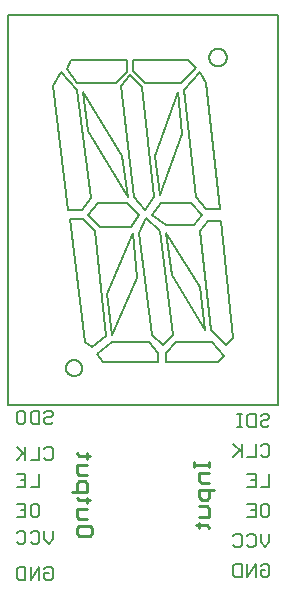
<source format=gbr>
G04 EAGLE Gerber RS-274X export*
G75*
%MOMM*%
%FSLAX34Y34*%
%LPD*%
%INSilkscreen Bottom*%
%IPPOS*%
%AMOC8*
5,1,8,0,0,1.08239X$1,22.5*%
G01*
%ADD10C,0.203200*%
%ADD11C,0.228600*%


D10*
X221234Y94243D02*
X221234Y83566D01*
X214116Y83566D01*
X209540Y94243D02*
X202422Y94243D01*
X209540Y94243D02*
X209540Y83566D01*
X202422Y83566D01*
X205981Y88905D02*
X209540Y88905D01*
X214116Y117864D02*
X215895Y119643D01*
X219455Y119643D01*
X221234Y117864D01*
X221234Y110746D01*
X219455Y108966D01*
X215895Y108966D01*
X214116Y110746D01*
X209540Y108966D02*
X209540Y119643D01*
X209540Y108966D02*
X202422Y108966D01*
X197846Y108966D02*
X197846Y119643D01*
X197846Y112525D02*
X190728Y119643D01*
X196067Y114305D02*
X190728Y108966D01*
X215895Y68843D02*
X219455Y68843D01*
X221234Y67064D01*
X221234Y59946D01*
X219455Y58166D01*
X215895Y58166D01*
X214116Y59946D01*
X214116Y67064D01*
X215895Y68843D01*
X209540Y68843D02*
X202422Y68843D01*
X209540Y68843D02*
X209540Y58166D01*
X202422Y58166D01*
X205981Y63505D02*
X209540Y63505D01*
X214116Y143264D02*
X215895Y145043D01*
X219455Y145043D01*
X221234Y143264D01*
X221234Y141484D01*
X219455Y139705D01*
X215895Y139705D01*
X214116Y137925D01*
X214116Y136146D01*
X215895Y134366D01*
X219455Y134366D01*
X221234Y136146D01*
X209540Y134366D02*
X209540Y145043D01*
X209540Y134366D02*
X204201Y134366D01*
X202422Y136146D01*
X202422Y143264D01*
X204201Y145043D01*
X209540Y145043D01*
X197846Y134366D02*
X194287Y134366D01*
X196067Y134366D02*
X196067Y145043D01*
X197846Y145043D02*
X194287Y145043D01*
X221234Y43443D02*
X221234Y36325D01*
X217675Y32766D01*
X214116Y36325D01*
X214116Y43443D01*
X204201Y43443D02*
X202422Y41664D01*
X204201Y43443D02*
X207761Y43443D01*
X209540Y41664D01*
X209540Y34546D01*
X207761Y32766D01*
X204201Y32766D01*
X202422Y34546D01*
X192508Y43443D02*
X190728Y41664D01*
X192508Y43443D02*
X196067Y43443D01*
X197846Y41664D01*
X197846Y34546D01*
X196067Y32766D01*
X192508Y32766D01*
X190728Y34546D01*
X214116Y16264D02*
X215895Y18043D01*
X219455Y18043D01*
X221234Y16264D01*
X221234Y9146D01*
X219455Y7366D01*
X215895Y7366D01*
X214116Y9146D01*
X214116Y12705D01*
X217675Y12705D01*
X209540Y18043D02*
X209540Y7366D01*
X202422Y7366D02*
X209540Y18043D01*
X202422Y18043D02*
X202422Y7366D01*
X197846Y7366D02*
X197846Y18043D01*
X197846Y7366D02*
X192508Y7366D01*
X190728Y9146D01*
X190728Y16264D01*
X192508Y18043D01*
X197846Y18043D01*
X26182Y83566D02*
X26182Y94243D01*
X26182Y83566D02*
X19064Y83566D01*
X14488Y94243D02*
X7370Y94243D01*
X14488Y94243D02*
X14488Y83566D01*
X7370Y83566D01*
X10929Y88905D02*
X14488Y88905D01*
X30758Y115324D02*
X32537Y117103D01*
X36096Y117103D01*
X37876Y115324D01*
X37876Y108206D01*
X36096Y106426D01*
X32537Y106426D01*
X30758Y108206D01*
X26182Y106426D02*
X26182Y117103D01*
X26182Y106426D02*
X19064Y106426D01*
X14488Y106426D02*
X14488Y117103D01*
X14488Y109985D02*
X7370Y117103D01*
X12709Y111765D02*
X7370Y106426D01*
X20843Y68843D02*
X24402Y68843D01*
X26182Y67064D01*
X26182Y59946D01*
X24402Y58166D01*
X20843Y58166D01*
X19064Y59946D01*
X19064Y67064D01*
X20843Y68843D01*
X14488Y68843D02*
X7370Y68843D01*
X14488Y68843D02*
X14488Y58166D01*
X7370Y58166D01*
X10929Y63505D02*
X14488Y63505D01*
X37876Y45983D02*
X37876Y38865D01*
X34317Y35306D01*
X30758Y38865D01*
X30758Y45983D01*
X20843Y45983D02*
X19064Y44204D01*
X20843Y45983D02*
X24403Y45983D01*
X26182Y44204D01*
X26182Y37086D01*
X24403Y35306D01*
X20843Y35306D01*
X19064Y37086D01*
X9149Y45983D02*
X7370Y44204D01*
X9149Y45983D02*
X12709Y45983D01*
X14488Y44204D01*
X14488Y37086D01*
X12709Y35306D01*
X9149Y35306D01*
X7370Y37086D01*
X30758Y13724D02*
X32537Y15503D01*
X36096Y15503D01*
X37876Y13724D01*
X37876Y6606D01*
X36096Y4826D01*
X32537Y4826D01*
X30758Y6606D01*
X30758Y10165D01*
X34317Y10165D01*
X26182Y15503D02*
X26182Y4826D01*
X19064Y4826D02*
X26182Y15503D01*
X19064Y15503D02*
X19064Y4826D01*
X14488Y4826D02*
X14488Y15503D01*
X14488Y4826D02*
X9149Y4826D01*
X7370Y6606D01*
X7370Y13724D01*
X9149Y15503D01*
X14488Y15503D01*
X30758Y145804D02*
X32537Y147583D01*
X36096Y147583D01*
X37876Y145804D01*
X37876Y144024D01*
X36096Y142245D01*
X32537Y142245D01*
X30758Y140465D01*
X30758Y138686D01*
X32537Y136906D01*
X36096Y136906D01*
X37876Y138686D01*
X26182Y136906D02*
X26182Y147583D01*
X26182Y136906D02*
X20843Y136906D01*
X19064Y138686D01*
X19064Y145804D01*
X20843Y147583D01*
X26182Y147583D01*
X12709Y147583D02*
X9149Y147583D01*
X12709Y147583D02*
X14488Y145804D01*
X14488Y138686D01*
X12709Y136906D01*
X9149Y136906D01*
X7370Y138686D01*
X7370Y145804D01*
X9149Y147583D01*
D11*
X71258Y48354D02*
X71258Y44032D01*
X69097Y41871D01*
X60454Y41871D01*
X58293Y44032D01*
X58293Y48354D01*
X60454Y50515D01*
X69097Y50515D01*
X71258Y48354D01*
X66936Y55904D02*
X60454Y55904D01*
X58293Y58065D01*
X58293Y64548D01*
X66936Y64548D01*
X69097Y72098D02*
X60454Y72098D01*
X58293Y74259D01*
X66936Y74259D02*
X66936Y69937D01*
X66936Y79292D02*
X53971Y79292D01*
X66936Y79292D02*
X66936Y85775D01*
X64776Y87936D01*
X60454Y87936D01*
X58293Y85775D01*
X58293Y79292D01*
X60454Y93325D02*
X66936Y93325D01*
X60454Y93325D02*
X58293Y95486D01*
X58293Y101968D01*
X66936Y101968D01*
X69097Y109519D02*
X60454Y109519D01*
X58293Y111679D01*
X66936Y111679D02*
X66936Y107358D01*
X170307Y104267D02*
X170307Y99945D01*
X170307Y102106D02*
X157342Y102106D01*
X157342Y104267D02*
X157342Y99945D01*
X161664Y94912D02*
X170307Y94912D01*
X161664Y94912D02*
X161664Y88429D01*
X163824Y86268D01*
X170307Y86268D01*
X174629Y80879D02*
X161664Y80879D01*
X161664Y74397D01*
X163824Y72236D01*
X168146Y72236D01*
X170307Y74397D01*
X170307Y80879D01*
X168146Y66846D02*
X161664Y66846D01*
X168146Y66846D02*
X170307Y64685D01*
X170307Y58203D01*
X161664Y58203D01*
X159503Y50653D02*
X168146Y50653D01*
X170307Y48492D01*
X161664Y48492D02*
X161664Y52813D01*
D10*
X228600Y482600D02*
X0Y482600D01*
X0Y152400D01*
X228600Y152400D01*
X228600Y482600D01*
X162560Y434340D02*
X148590Y419100D01*
X158750Y328930D01*
X167640Y318770D01*
X179070Y318770D01*
X167640Y425450D01*
X162560Y434340D01*
X158750Y438150D02*
X146050Y425450D01*
X115570Y425450D01*
X105410Y435610D01*
X105410Y444500D01*
X152400Y444500D01*
X158750Y438150D01*
X100330Y434340D02*
X100330Y444500D01*
X100330Y434340D02*
X91440Y425450D01*
X58420Y425450D01*
X49530Y436880D01*
X53340Y444500D01*
X100330Y444500D01*
X69850Y327660D02*
X62230Y317500D01*
X50800Y317500D01*
X38100Y422910D01*
X44450Y434340D01*
X52070Y309880D02*
X64770Y205740D01*
X71120Y201930D01*
X82550Y210820D01*
X73660Y299720D01*
X63500Y309880D01*
X52070Y309880D01*
X87630Y205740D02*
X74930Y195580D01*
X87630Y205740D02*
X119380Y205740D01*
X127000Y196850D01*
X127000Y189230D01*
X80010Y189230D01*
X74930Y195580D01*
X142240Y205740D02*
X172720Y205740D01*
X182880Y194310D01*
X177800Y189230D01*
X133350Y189230D01*
X133350Y196850D01*
X171450Y215900D02*
X184150Y203200D01*
X171450Y215900D02*
X162560Y299720D01*
X168910Y308610D01*
X180340Y308610D01*
X190500Y209550D01*
X184150Y203200D01*
X58420Y419100D02*
X44450Y434340D01*
X58420Y419100D02*
X69850Y327660D01*
X95250Y422910D02*
X102870Y431800D01*
X95250Y422910D02*
X106680Y328930D01*
X115570Y317500D01*
X123190Y328930D01*
X113030Y421640D01*
X102870Y431800D01*
X63500Y417830D02*
X67310Y384810D01*
X101600Y328930D01*
X96520Y363220D01*
X63500Y417830D01*
X143510Y417830D02*
X124460Y363220D01*
X147320Y382270D02*
X143510Y417830D01*
X147320Y382270D02*
X128270Y330200D01*
X124460Y363220D01*
X116840Y311150D02*
X110490Y298450D01*
X121920Y212090D01*
X130810Y203200D01*
X139700Y212090D01*
X128270Y299720D01*
X116840Y311150D01*
X121920Y313690D02*
X129540Y323850D01*
X121920Y313690D02*
X133350Y304800D01*
X157480Y304800D01*
X163830Y313690D01*
X154940Y323850D01*
X129540Y323850D01*
X100330Y323850D02*
X76200Y323850D01*
X67310Y313690D01*
X77470Y303530D01*
X104140Y303530D01*
X110490Y313690D01*
X100330Y323850D01*
X105410Y298450D02*
X83820Y246380D01*
X87630Y212090D01*
X109220Y260350D01*
X105410Y298450D01*
X133350Y298450D02*
X138430Y262890D01*
X166370Y215900D01*
X162560Y252730D01*
X133350Y298450D01*
X142240Y205740D02*
X133350Y196850D01*
X170395Y447040D02*
X170397Y447222D01*
X170404Y447403D01*
X170415Y447585D01*
X170431Y447766D01*
X170451Y447946D01*
X170475Y448127D01*
X170504Y448306D01*
X170537Y448485D01*
X170575Y448662D01*
X170617Y448839D01*
X170663Y449015D01*
X170714Y449190D01*
X170769Y449363D01*
X170828Y449535D01*
X170891Y449705D01*
X170959Y449874D01*
X171030Y450041D01*
X171106Y450206D01*
X171186Y450369D01*
X171269Y450531D01*
X171357Y450690D01*
X171449Y450847D01*
X171544Y451002D01*
X171643Y451154D01*
X171746Y451304D01*
X171852Y451451D01*
X171962Y451596D01*
X172076Y451738D01*
X172193Y451877D01*
X172313Y452013D01*
X172437Y452146D01*
X172564Y452276D01*
X172694Y452403D01*
X172827Y452527D01*
X172963Y452647D01*
X173102Y452764D01*
X173244Y452878D01*
X173389Y452988D01*
X173536Y453094D01*
X173686Y453197D01*
X173838Y453296D01*
X173993Y453391D01*
X174150Y453483D01*
X174309Y453571D01*
X174471Y453654D01*
X174634Y453734D01*
X174799Y453810D01*
X174966Y453881D01*
X175135Y453949D01*
X175305Y454012D01*
X175477Y454071D01*
X175650Y454126D01*
X175825Y454177D01*
X176001Y454223D01*
X176178Y454265D01*
X176355Y454303D01*
X176534Y454336D01*
X176713Y454365D01*
X176894Y454389D01*
X177074Y454409D01*
X177255Y454425D01*
X177437Y454436D01*
X177618Y454443D01*
X177800Y454445D01*
X177982Y454443D01*
X178163Y454436D01*
X178345Y454425D01*
X178526Y454409D01*
X178706Y454389D01*
X178887Y454365D01*
X179066Y454336D01*
X179245Y454303D01*
X179422Y454265D01*
X179599Y454223D01*
X179775Y454177D01*
X179950Y454126D01*
X180123Y454071D01*
X180295Y454012D01*
X180465Y453949D01*
X180634Y453881D01*
X180801Y453810D01*
X180966Y453734D01*
X181129Y453654D01*
X181291Y453571D01*
X181450Y453483D01*
X181607Y453391D01*
X181762Y453296D01*
X181914Y453197D01*
X182064Y453094D01*
X182211Y452988D01*
X182356Y452878D01*
X182498Y452764D01*
X182637Y452647D01*
X182773Y452527D01*
X182906Y452403D01*
X183036Y452276D01*
X183163Y452146D01*
X183287Y452013D01*
X183407Y451877D01*
X183524Y451738D01*
X183638Y451596D01*
X183748Y451451D01*
X183854Y451304D01*
X183957Y451154D01*
X184056Y451002D01*
X184151Y450847D01*
X184243Y450690D01*
X184331Y450531D01*
X184414Y450369D01*
X184494Y450206D01*
X184570Y450041D01*
X184641Y449874D01*
X184709Y449705D01*
X184772Y449535D01*
X184831Y449363D01*
X184886Y449190D01*
X184937Y449015D01*
X184983Y448839D01*
X185025Y448662D01*
X185063Y448485D01*
X185096Y448306D01*
X185125Y448127D01*
X185149Y447946D01*
X185169Y447766D01*
X185185Y447585D01*
X185196Y447403D01*
X185203Y447222D01*
X185205Y447040D01*
X185203Y446858D01*
X185196Y446677D01*
X185185Y446495D01*
X185169Y446314D01*
X185149Y446134D01*
X185125Y445953D01*
X185096Y445774D01*
X185063Y445595D01*
X185025Y445418D01*
X184983Y445241D01*
X184937Y445065D01*
X184886Y444890D01*
X184831Y444717D01*
X184772Y444545D01*
X184709Y444375D01*
X184641Y444206D01*
X184570Y444039D01*
X184494Y443874D01*
X184414Y443711D01*
X184331Y443549D01*
X184243Y443390D01*
X184151Y443233D01*
X184056Y443078D01*
X183957Y442926D01*
X183854Y442776D01*
X183748Y442629D01*
X183638Y442484D01*
X183524Y442342D01*
X183407Y442203D01*
X183287Y442067D01*
X183163Y441934D01*
X183036Y441804D01*
X182906Y441677D01*
X182773Y441553D01*
X182637Y441433D01*
X182498Y441316D01*
X182356Y441202D01*
X182211Y441092D01*
X182064Y440986D01*
X181914Y440883D01*
X181762Y440784D01*
X181607Y440689D01*
X181450Y440597D01*
X181291Y440509D01*
X181129Y440426D01*
X180966Y440346D01*
X180801Y440270D01*
X180634Y440199D01*
X180465Y440131D01*
X180295Y440068D01*
X180123Y440009D01*
X179950Y439954D01*
X179775Y439903D01*
X179599Y439857D01*
X179422Y439815D01*
X179245Y439777D01*
X179066Y439744D01*
X178887Y439715D01*
X178706Y439691D01*
X178526Y439671D01*
X178345Y439655D01*
X178163Y439644D01*
X177982Y439637D01*
X177800Y439635D01*
X177618Y439637D01*
X177437Y439644D01*
X177255Y439655D01*
X177074Y439671D01*
X176894Y439691D01*
X176713Y439715D01*
X176534Y439744D01*
X176355Y439777D01*
X176178Y439815D01*
X176001Y439857D01*
X175825Y439903D01*
X175650Y439954D01*
X175477Y440009D01*
X175305Y440068D01*
X175135Y440131D01*
X174966Y440199D01*
X174799Y440270D01*
X174634Y440346D01*
X174471Y440426D01*
X174309Y440509D01*
X174150Y440597D01*
X173993Y440689D01*
X173838Y440784D01*
X173686Y440883D01*
X173536Y440986D01*
X173389Y441092D01*
X173244Y441202D01*
X173102Y441316D01*
X172963Y441433D01*
X172827Y441553D01*
X172694Y441677D01*
X172564Y441804D01*
X172437Y441934D01*
X172313Y442067D01*
X172193Y442203D01*
X172076Y442342D01*
X171962Y442484D01*
X171852Y442629D01*
X171746Y442776D01*
X171643Y442926D01*
X171544Y443078D01*
X171449Y443233D01*
X171357Y443390D01*
X171269Y443549D01*
X171186Y443711D01*
X171106Y443874D01*
X171030Y444039D01*
X170959Y444206D01*
X170891Y444375D01*
X170828Y444545D01*
X170769Y444717D01*
X170714Y444890D01*
X170663Y445065D01*
X170617Y445241D01*
X170575Y445418D01*
X170537Y445595D01*
X170504Y445774D01*
X170475Y445953D01*
X170451Y446134D01*
X170431Y446314D01*
X170415Y446495D01*
X170404Y446677D01*
X170397Y446858D01*
X170395Y447040D01*
X49041Y184150D02*
X49043Y184318D01*
X49049Y184486D01*
X49060Y184653D01*
X49074Y184820D01*
X49092Y184987D01*
X49115Y185153D01*
X49142Y185319D01*
X49172Y185484D01*
X49207Y185648D01*
X49246Y185812D01*
X49289Y185974D01*
X49335Y186135D01*
X49386Y186295D01*
X49441Y186454D01*
X49499Y186611D01*
X49562Y186767D01*
X49628Y186921D01*
X49698Y187074D01*
X49771Y187225D01*
X49849Y187374D01*
X49929Y187521D01*
X50014Y187666D01*
X50102Y187809D01*
X50194Y187950D01*
X50289Y188088D01*
X50387Y188224D01*
X50488Y188358D01*
X50593Y188489D01*
X50701Y188617D01*
X50813Y188743D01*
X50927Y188866D01*
X51044Y188986D01*
X51164Y189103D01*
X51287Y189217D01*
X51413Y189329D01*
X51541Y189437D01*
X51672Y189542D01*
X51806Y189643D01*
X51942Y189741D01*
X52080Y189836D01*
X52221Y189928D01*
X52364Y190016D01*
X52509Y190101D01*
X52656Y190181D01*
X52805Y190259D01*
X52956Y190332D01*
X53109Y190402D01*
X53263Y190468D01*
X53419Y190531D01*
X53576Y190589D01*
X53735Y190644D01*
X53895Y190695D01*
X54056Y190741D01*
X54218Y190784D01*
X54382Y190823D01*
X54546Y190858D01*
X54711Y190888D01*
X54877Y190915D01*
X55043Y190938D01*
X55210Y190956D01*
X55377Y190970D01*
X55544Y190981D01*
X55712Y190987D01*
X55880Y190989D01*
X56048Y190987D01*
X56216Y190981D01*
X56383Y190970D01*
X56550Y190956D01*
X56717Y190938D01*
X56883Y190915D01*
X57049Y190888D01*
X57214Y190858D01*
X57378Y190823D01*
X57542Y190784D01*
X57704Y190741D01*
X57865Y190695D01*
X58025Y190644D01*
X58184Y190589D01*
X58341Y190531D01*
X58497Y190468D01*
X58651Y190402D01*
X58804Y190332D01*
X58955Y190259D01*
X59104Y190181D01*
X59251Y190101D01*
X59396Y190016D01*
X59539Y189928D01*
X59680Y189836D01*
X59818Y189741D01*
X59954Y189643D01*
X60088Y189542D01*
X60219Y189437D01*
X60347Y189329D01*
X60473Y189217D01*
X60596Y189103D01*
X60716Y188986D01*
X60833Y188866D01*
X60947Y188743D01*
X61059Y188617D01*
X61167Y188489D01*
X61272Y188358D01*
X61373Y188224D01*
X61471Y188088D01*
X61566Y187950D01*
X61658Y187809D01*
X61746Y187666D01*
X61831Y187521D01*
X61911Y187374D01*
X61989Y187225D01*
X62062Y187074D01*
X62132Y186921D01*
X62198Y186767D01*
X62261Y186611D01*
X62319Y186454D01*
X62374Y186295D01*
X62425Y186135D01*
X62471Y185974D01*
X62514Y185812D01*
X62553Y185648D01*
X62588Y185484D01*
X62618Y185319D01*
X62645Y185153D01*
X62668Y184987D01*
X62686Y184820D01*
X62700Y184653D01*
X62711Y184486D01*
X62717Y184318D01*
X62719Y184150D01*
X62717Y183982D01*
X62711Y183814D01*
X62700Y183647D01*
X62686Y183480D01*
X62668Y183313D01*
X62645Y183147D01*
X62618Y182981D01*
X62588Y182816D01*
X62553Y182652D01*
X62514Y182488D01*
X62471Y182326D01*
X62425Y182165D01*
X62374Y182005D01*
X62319Y181846D01*
X62261Y181689D01*
X62198Y181533D01*
X62132Y181379D01*
X62062Y181226D01*
X61989Y181075D01*
X61911Y180926D01*
X61831Y180779D01*
X61746Y180634D01*
X61658Y180491D01*
X61566Y180350D01*
X61471Y180212D01*
X61373Y180076D01*
X61272Y179942D01*
X61167Y179811D01*
X61059Y179683D01*
X60947Y179557D01*
X60833Y179434D01*
X60716Y179314D01*
X60596Y179197D01*
X60473Y179083D01*
X60347Y178971D01*
X60219Y178863D01*
X60088Y178758D01*
X59954Y178657D01*
X59818Y178559D01*
X59680Y178464D01*
X59539Y178372D01*
X59396Y178284D01*
X59251Y178199D01*
X59104Y178119D01*
X58955Y178041D01*
X58804Y177968D01*
X58651Y177898D01*
X58497Y177832D01*
X58341Y177769D01*
X58184Y177711D01*
X58025Y177656D01*
X57865Y177605D01*
X57704Y177559D01*
X57542Y177516D01*
X57378Y177477D01*
X57214Y177442D01*
X57049Y177412D01*
X56883Y177385D01*
X56717Y177362D01*
X56550Y177344D01*
X56383Y177330D01*
X56216Y177319D01*
X56048Y177313D01*
X55880Y177311D01*
X55712Y177313D01*
X55544Y177319D01*
X55377Y177330D01*
X55210Y177344D01*
X55043Y177362D01*
X54877Y177385D01*
X54711Y177412D01*
X54546Y177442D01*
X54382Y177477D01*
X54218Y177516D01*
X54056Y177559D01*
X53895Y177605D01*
X53735Y177656D01*
X53576Y177711D01*
X53419Y177769D01*
X53263Y177832D01*
X53109Y177898D01*
X52956Y177968D01*
X52805Y178041D01*
X52656Y178119D01*
X52509Y178199D01*
X52364Y178284D01*
X52221Y178372D01*
X52080Y178464D01*
X51942Y178559D01*
X51806Y178657D01*
X51672Y178758D01*
X51541Y178863D01*
X51413Y178971D01*
X51287Y179083D01*
X51164Y179197D01*
X51044Y179314D01*
X50927Y179434D01*
X50813Y179557D01*
X50701Y179683D01*
X50593Y179811D01*
X50488Y179942D01*
X50387Y180076D01*
X50289Y180212D01*
X50194Y180350D01*
X50102Y180491D01*
X50014Y180634D01*
X49929Y180779D01*
X49849Y180926D01*
X49771Y181075D01*
X49698Y181226D01*
X49628Y181379D01*
X49562Y181533D01*
X49499Y181689D01*
X49441Y181846D01*
X49386Y182005D01*
X49335Y182165D01*
X49289Y182326D01*
X49246Y182488D01*
X49207Y182652D01*
X49172Y182816D01*
X49142Y182981D01*
X49115Y183147D01*
X49092Y183313D01*
X49074Y183480D01*
X49060Y183647D01*
X49049Y183814D01*
X49043Y183982D01*
X49041Y184150D01*
M02*

</source>
